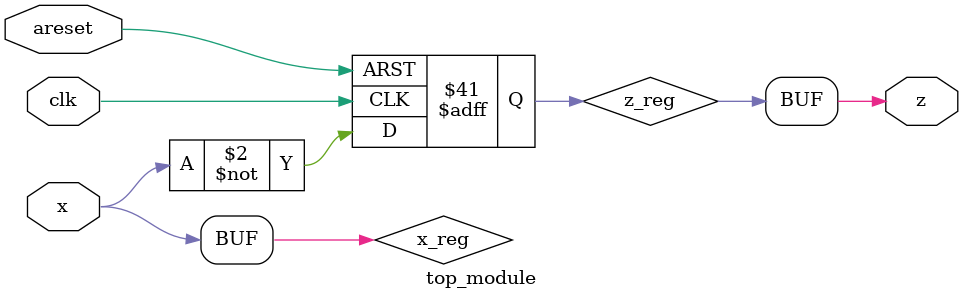
<source format=sv>
module top_module (
    input clk,
    input areset,
    input x,
    output z
);
    
    reg [3:0] state;
    reg [3:0] next_state;
    reg z_reg;
    wire x_reg;
    
    assign x_reg = x;
    
    always @(posedge clk or posedge areset) begin
        if (areset) begin
            state <= 4'b0000;
            z_reg <= 1'b0;
        end else begin
            state <= next_state;
            z_reg <= ~x_reg;
        end
    end
    
    always @(state, x_reg) begin
        next_state = state;
        case (state)
            4'b0000: begin
                if (x_reg) begin
                    next_state = 4'b0001;
                end
            end
            4'b0001: begin
                if (x_reg) begin
                    next_state = 4'b0010;
                end else begin
                    next_state = 4'b0000;
                end
            end
            4'b0010: begin
                if (x_reg) begin
                    next_state = 4'b0011;
                end else begin
                    next_state = 4'b0000;
                end
            end
            4'b0011: begin
                if (x_reg) begin
                    next_state = 4'b0011;
                end else begin
                    next_state = 4'b0000;
                end
            end
        endcase
    end
    
    assign z = z_reg;
    
endmodule

</source>
